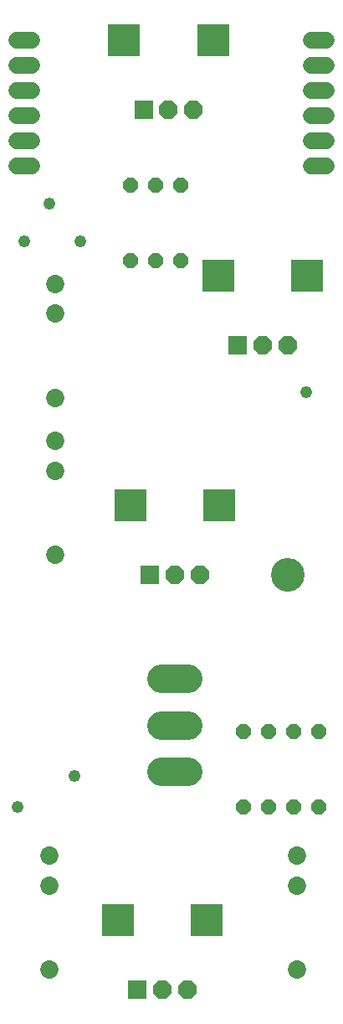
<source format=gbs>
G04 EAGLE Gerber RS-274X export*
G75*
%MOMM*%
%FSLAX34Y34*%
%LPD*%
%INSoldermask Bottom*%
%IPPOS*%
%AMOC8*
5,1,8,0,0,1.08239X$1,22.5*%
G01*
%ADD10C,3.403200*%
%ADD11R,1.879600X1.879600*%
%ADD12P,2.034460X8X292.500000*%
%ADD13R,3.319200X3.319200*%
%ADD14C,1.853200*%
%ADD15P,1.649562X8X112.500000*%
%ADD16P,1.649562X8X292.500000*%
%ADD17C,1.727200*%
%ADD18C,2.908300*%
%ADD19C,1.219200*%


D10*
X292100Y438150D03*
D11*
X152800Y438000D03*
D12*
X177800Y438000D03*
X202800Y438000D03*
D13*
X222800Y508000D03*
X132800Y508000D03*
D14*
X301625Y38900D03*
X301625Y123900D03*
X301625Y153900D03*
X50800Y38900D03*
X50800Y123900D03*
X50800Y153900D03*
X57150Y616750D03*
X57150Y701750D03*
X57150Y731750D03*
X57150Y458000D03*
X57150Y543000D03*
X57150Y573000D03*
D11*
X140100Y18900D03*
D12*
X165100Y18900D03*
X190100Y18900D03*
D13*
X210100Y88900D03*
X120100Y88900D03*
D11*
X146450Y907900D03*
D12*
X171450Y907900D03*
X196450Y907900D03*
D13*
X216450Y977900D03*
X126450Y977900D03*
D11*
X241700Y669775D03*
D12*
X266700Y669775D03*
X291700Y669775D03*
D13*
X311700Y739775D03*
X221700Y739775D03*
D15*
X273050Y203200D03*
X273050Y279400D03*
D16*
X247650Y279400D03*
X247650Y203200D03*
X323850Y279400D03*
X323850Y203200D03*
D15*
X298450Y203200D03*
X298450Y279400D03*
X133350Y755650D03*
X133350Y831850D03*
X158750Y755650D03*
X158750Y831850D03*
D16*
X184150Y831850D03*
X184150Y755650D03*
D17*
X33020Y977900D02*
X17780Y977900D01*
X17780Y952500D02*
X33020Y952500D01*
X33020Y927100D02*
X17780Y927100D01*
X17780Y901700D02*
X33020Y901700D01*
X33020Y876300D02*
X17780Y876300D01*
X17780Y850900D02*
X33020Y850900D01*
X316230Y977900D02*
X331470Y977900D01*
X331470Y952500D02*
X316230Y952500D01*
X316230Y927100D02*
X331470Y927100D01*
X331470Y901700D02*
X316230Y901700D01*
X316230Y876300D02*
X331470Y876300D01*
X331470Y850900D02*
X316230Y850900D01*
D18*
X191326Y238760D02*
X164275Y238760D01*
X164275Y285750D02*
X191326Y285750D01*
X191326Y332740D02*
X164275Y332740D01*
D19*
X311150Y622300D03*
X50800Y812800D03*
X76200Y234950D03*
X25400Y774700D03*
X82550Y774700D03*
X19050Y203200D03*
M02*

</source>
